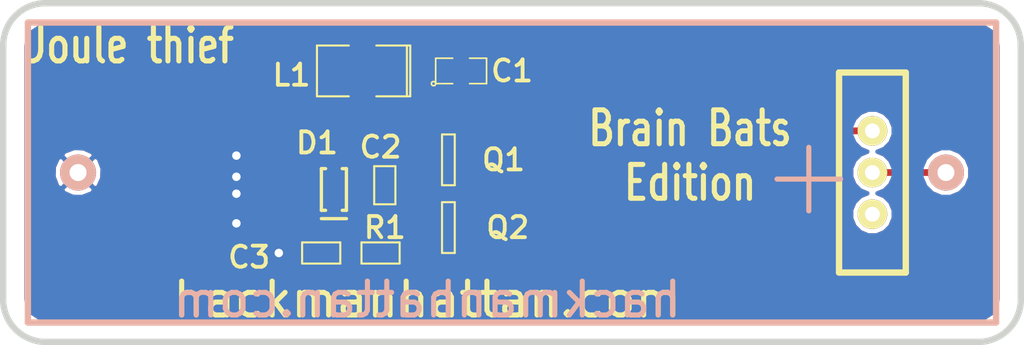
<source format=kicad_pcb>
(kicad_pcb (version 3) (host pcbnew "(2013-feb-26)-testing")

  (general
    (links 21)
    (no_connects 3)
    (area 13.478934 14.0716 92.6084 53.7464)
    (thickness 1.6002)
    (drawings 12)
    (tracks 37)
    (zones 0)
    (modules 11)
    (nets 8)
  )

  (page A4)
  (layers
    (15 Front signal)
    (0 Back signal)
    (16 B.Adhes user)
    (17 F.Adhes user)
    (18 B.Paste user)
    (19 F.Paste user)
    (20 B.SilkS user)
    (21 F.SilkS user)
    (22 B.Mask user)
    (23 F.Mask user)
    (24 Dwgs.User user)
    (25 Cmts.User user)
    (26 Eco1.User user)
    (27 Eco2.User user)
    (28 Edge.Cuts user)
  )

  (setup
    (last_trace_width 0.2032)
    (user_trace_width 0.4064)
    (user_trace_width 0.635)
    (trace_clearance 0.254)
    (zone_clearance 0.254)
    (zone_45_only no)
    (trace_min 0.2032)
    (segment_width 0.381)
    (edge_width 0.381)
    (via_size 0.889)
    (via_drill 0.635)
    (via_min_size 0.635)
    (via_min_drill 0.381)
    (user_via 0.635 0.508)
    (uvia_size 0.508)
    (uvia_drill 0.127)
    (uvias_allowed no)
    (uvia_min_size 0.508)
    (uvia_min_drill 0.127)
    (pcb_text_width 0.3048)
    (pcb_text_size 1.524 2.032)
    (mod_edge_width 0.381)
    (mod_text_size 1.524 1.524)
    (mod_text_width 0.3048)
    (pad_size 0.5 0.8)
    (pad_drill 0)
    (pad_to_mask_clearance 0.254)
    (aux_axis_origin 0 0)
    (visible_elements FFFFFFBF)
    (pcbplotparams
      (layerselection 284196865)
      (usegerberextensions true)
      (excludeedgelayer true)
      (linewidth 60)
      (plotframeref false)
      (viasonmask true)
      (mode 1)
      (useauxorigin false)
      (hpglpennumber 1)
      (hpglpenspeed 20)
      (hpglpendiameter 15)
      (hpglpenoverlay 0)
      (psnegative false)
      (psa4output false)
      (plotreference true)
      (plotvalue true)
      (plotothertext true)
      (plotinvisibletext false)
      (padsonsilk false)
      (subtractmaskfromsilk false)
      (outputformat 1)
      (mirror false)
      (drillshape 0)
      (scaleselection 1)
      (outputdirectory out))
  )

  (net 0 "")
  (net 1 GND)
  (net 2 N-000001)
  (net 3 N-000003)
  (net 4 N-000005)
  (net 5 N-000006)
  (net 6 N-000007)
  (net 7 N-000008)

  (net_class Default "This is the default net class."
    (clearance 0.254)
    (trace_width 0.2032)
    (via_dia 0.889)
    (via_drill 0.635)
    (uvia_dia 0.508)
    (uvia_drill 0.127)
    (add_net "")
    (add_net GND)
    (add_net N-000001)
    (add_net N-000003)
    (add_net N-000005)
    (add_net N-000006)
    (add_net N-000007)
    (add_net N-000008)
  )

  (module SWITCH-SPDT-EG1218 (layer Front) (tedit 51095408) (tstamp 504FAB7E)
    (at 74.93 36.83 90)
    (path /504E62B1)
    (fp_text reference SW1 (at -13.97 16.51 90) (layer F.SilkS) hide
      (effects (font (size 1.524 1.524) (thickness 0.3048)))
    )
    (fp_text value SWITCH_INV (at -15.24 6.35 180) (layer F.SilkS) hide
      (effects (font (size 1.524 1.524) (thickness 0.3048)))
    )
    (fp_line (start 5.99948 1.99898) (end 5.99948 -1.99898) (layer F.SilkS) (width 0.381))
    (fp_line (start 5.99948 -1.99898) (end -5.99948 -1.99898) (layer F.SilkS) (width 0.381))
    (fp_line (start -5.99948 -1.99898) (end -5.99948 1.99898) (layer F.SilkS) (width 0.381))
    (fp_line (start -5.99948 1.99898) (end 5.99948 1.99898) (layer F.SilkS) (width 0.381))
    (pad 1 thru_hole circle (at -2.49936 0 90) (size 1.778 1.778) (drill 0.889)
      (layers *.Cu *.Mask F.SilkS)
    )
    (pad 2 thru_hole circle (at 0 0 90) (size 1.778 1.778) (drill 0.889)
      (layers *.Cu *.Mask F.SilkS)
      (net 2 N-000001)
    )
    (pad 3 thru_hole circle (at 2.49936 0 90) (size 1.778 1.778) (drill 0.889)
      (layers *.Cu *.Mask F.SilkS)
      (net 4 N-000005)
    )
  )

  (module BATTERY-AA (layer Back) (tedit 512F8A0A) (tstamp 504DFB82)
    (at 53.34 36.83)
    (path /504FE4E8)
    (fp_text reference BT1 (at -8.89 -17.78) (layer B.SilkS) hide
      (effects (font (size 1.524 1.524) (thickness 0.3048)) (justify mirror))
    )
    (fp_text value BATTERY (at -6.35 -21.59) (layer B.SilkS) hide
      (effects (font (size 1.524 1.524) (thickness 0.3048)) (justify mirror))
    )
    (fp_text user + (at 17.78 0) (layer B.SilkS)
      (effects (font (size 5.00126 5.00126) (thickness 0.3048)) (justify mirror))
    )
    (fp_line (start 28.99918 -8.99922) (end 28.99918 8.99922) (layer B.SilkS) (width 0.381))
    (fp_line (start 28.99918 8.99922) (end -28.99918 8.99922) (layer B.SilkS) (width 0.381))
    (fp_line (start -28.99918 8.99922) (end -28.99918 -8.99922) (layer B.SilkS) (width 0.381))
    (fp_line (start -28.99918 -8.99922) (end 28.99918 -8.99922) (layer B.SilkS) (width 0.381))
    (pad 2 thru_hole circle (at -25.99436 0) (size 2.159 2.159) (drill 1.02108)
      (layers *.Cu *.Mask B.SilkS)
      (net 1 GND)
    )
    (pad 1 thru_hole circle (at 25.99436 0) (size 2.159 2.159) (drill 1.016)
      (layers *.Cu *.Mask B.SilkS)
      (net 2 N-000001)
    )
  )

  (module CREE-XPC-LED (layer Front) (tedit 512F83B1) (tstamp 504E299B)
    (at 36.83 36.83 180)
    (path /512F7A79)
    (fp_text reference D2 (at 3.81 -0.762 180) (layer F.SilkS) hide
      (effects (font (size 1.524 1.524) (thickness 0.3048)))
    )
    (fp_text value LED-PAD (at 17.018 8.89 180) (layer F.SilkS) hide
      (effects (font (size 1.524 1.524) (thickness 0.3048)))
    )
    (pad 3 smd rect (at 0 0 180) (size 1.30048 3.29946)
      (layers Front F.Mask)
      (net 1 GND)
    )
    (pad 1 smd rect (at -1.39954 0 180) (size 0.50038 3.29946)
      (layers Front F.Paste F.Mask)
      (net 7 N-000008)
    )
    (pad 2 smd rect (at 1.39954 0 180) (size 0.50038 3.29946)
      (layers Front F.Paste F.Mask)
      (net 1 GND)
    )
    (pad 3 smd rect (at 0 -1 180) (size 0.6 0.6)
      (layers F.Paste)
      (net 1 GND)
    )
    (pad 3 smd rect (at 0 1 180) (size 0.6 0.6)
      (layers F.Paste)
      (net 1 GND)
    )
    (pad 3 smd rect (at 0 0 180) (size 0.4 0.4)
      (layers F.Paste)
      (net 1 GND)
    )
  )

  (module SOT23EBC (layer Front) (tedit 512F8977) (tstamp 504E2996)
    (at 49.53 36.068 270)
    (descr "Module CMS SOT23 Transistore EBC")
    (tags "CMS SOT")
    (path /504FF35D)
    (attr smd)
    (fp_text reference Q1 (at 0 -3.302 360) (layer F.SilkS)
      (effects (font (size 1.27 1.27) (thickness 0.2286)))
    )
    (fp_text value BC337 (at 0 0 270) (layer F.SilkS) hide
      (effects (font (size 0.762 0.762) (thickness 0.2032)))
    )
    (fp_line (start -1.524 -0.381) (end 1.524 -0.381) (layer F.SilkS) (width 0.127))
    (fp_line (start 1.524 -0.381) (end 1.524 0.381) (layer F.SilkS) (width 0.127))
    (fp_line (start 1.524 0.381) (end -1.524 0.381) (layer F.SilkS) (width 0.127))
    (fp_line (start -1.524 0.381) (end -1.524 -0.381) (layer F.SilkS) (width 0.127))
    (pad 1 smd rect (at -0.889 -1.016 270) (size 0.9144 0.9144)
      (layers Front F.Paste F.Mask)
      (net 1 GND)
    )
    (pad 2 smd rect (at 0.889 -1.016 270) (size 0.9144 0.9144)
      (layers Front F.Paste F.Mask)
      (net 3 N-000003)
    )
    (pad 3 smd rect (at 0 1.016 270) (size 0.9144 0.9144)
      (layers Front F.Paste F.Mask)
      (net 7 N-000008)
    )
    (model smd/cms_sot23.wrl
      (at (xyz 0 0 0))
      (scale (xyz 0.13 0.15 0.15))
      (rotate (xyz 0 0 0))
    )
  )

  (module SOT23EBC (layer Front) (tedit 512F896A) (tstamp 504E2998)
    (at 49.53 40.132 90)
    (descr "Module CMS SOT23 Transistore EBC")
    (tags "CMS SOT")
    (path /50500FCD)
    (attr smd)
    (fp_text reference Q2 (at 0 3.556 180) (layer F.SilkS)
      (effects (font (size 1.27 1.27) (thickness 0.2286)))
    )
    (fp_text value BC327 (at 0 0 90) (layer F.SilkS) hide
      (effects (font (size 0.762 0.762) (thickness 0.2032)))
    )
    (fp_line (start -1.524 -0.381) (end 1.524 -0.381) (layer F.SilkS) (width 0.127))
    (fp_line (start 1.524 -0.381) (end 1.524 0.381) (layer F.SilkS) (width 0.127))
    (fp_line (start 1.524 0.381) (end -1.524 0.381) (layer F.SilkS) (width 0.127))
    (fp_line (start -1.524 0.381) (end -1.524 -0.381) (layer F.SilkS) (width 0.127))
    (pad 1 smd rect (at -0.889 -1.016 90) (size 0.9144 0.9144)
      (layers Front F.Paste F.Mask)
      (net 5 N-000006)
    )
    (pad 2 smd rect (at 0.889 -1.016 90) (size 0.9144 0.9144)
      (layers Front F.Paste F.Mask)
      (net 6 N-000007)
    )
    (pad 3 smd rect (at 0 1.016 90) (size 0.9144 0.9144)
      (layers Front F.Paste F.Mask)
      (net 3 N-000003)
    )
    (model smd/cms_sot23.wrl
      (at (xyz 0 0 0))
      (scale (xyz 0.13 0.15 0.15))
      (rotate (xyz 0 0 0))
    )
  )

  (module SM0603 (layer Front) (tedit 512F899D) (tstamp 504E29A6)
    (at 45.72 37.592 270)
    (path /505001B0)
    (attr smd)
    (fp_text reference C2 (at -2.286 0.254 360) (layer F.SilkS)
      (effects (font (size 1.27 1.27) (thickness 0.2286)))
    )
    (fp_text value 150pF (at 0 0 270) (layer F.SilkS) hide
      (effects (font (size 0.508 0.4572) (thickness 0.1143)))
    )
    (fp_line (start -1.143 -0.635) (end 1.143 -0.635) (layer F.SilkS) (width 0.127))
    (fp_line (start 1.143 -0.635) (end 1.143 0.635) (layer F.SilkS) (width 0.127))
    (fp_line (start 1.143 0.635) (end -1.143 0.635) (layer F.SilkS) (width 0.127))
    (fp_line (start -1.143 0.635) (end -1.143 -0.635) (layer F.SilkS) (width 0.127))
    (pad 1 smd rect (at -0.762 0 270) (size 0.635 1.143)
      (layers Front F.Paste F.Mask)
      (net 7 N-000008)
    )
    (pad 2 smd rect (at 0.762 0 270) (size 0.635 1.143)
      (layers Front F.Paste F.Mask)
      (net 6 N-000007)
    )
    (model smd\resistors\R0603.wrl
      (at (xyz 0 0 0.001))
      (scale (xyz 0.5 0.5 0.5))
      (rotate (xyz 0 0 0))
    )
  )

  (module SM0603 (layer Front) (tedit 512F89B2) (tstamp 504E37C0)
    (at 41.91 41.656 180)
    (path /50501E1C)
    (attr smd)
    (fp_text reference C3 (at 4.318 -0.254 180) (layer F.SilkS)
      (effects (font (size 1.27 1.27) (thickness 0.2286)))
    )
    (fp_text value 100nF (at 0 0 180) (layer F.SilkS) hide
      (effects (font (size 0.508 0.4572) (thickness 0.1143)))
    )
    (fp_line (start -1.143 -0.635) (end 1.143 -0.635) (layer F.SilkS) (width 0.127))
    (fp_line (start 1.143 -0.635) (end 1.143 0.635) (layer F.SilkS) (width 0.127))
    (fp_line (start 1.143 0.635) (end -1.143 0.635) (layer F.SilkS) (width 0.127))
    (fp_line (start -1.143 0.635) (end -1.143 -0.635) (layer F.SilkS) (width 0.127))
    (pad 1 smd rect (at -0.762 0 180) (size 0.635 1.143)
      (layers Front F.Paste F.Mask)
      (net 5 N-000006)
    )
    (pad 2 smd rect (at 0.762 0 180) (size 0.635 1.143)
      (layers Front F.Paste F.Mask)
      (net 1 GND)
    )
    (model smd\resistors\R0603.wrl
      (at (xyz 0 0 0.001))
      (scale (xyz 0.5 0.5 0.5))
      (rotate (xyz 0 0 0))
    )
  )

  (module SM0603 (layer Front) (tedit 512F89BC) (tstamp 504E2999)
    (at 45.466 41.656 180)
    (path /50500FD7)
    (attr smd)
    (fp_text reference R1 (at -0.254 1.524 180) (layer F.SilkS)
      (effects (font (size 1.27 1.27) (thickness 0.2286)))
    )
    (fp_text value 100K (at 0 0 180) (layer F.SilkS) hide
      (effects (font (size 0.508 0.4572) (thickness 0.1143)))
    )
    (fp_line (start -1.143 -0.635) (end 1.143 -0.635) (layer F.SilkS) (width 0.127))
    (fp_line (start 1.143 -0.635) (end 1.143 0.635) (layer F.SilkS) (width 0.127))
    (fp_line (start 1.143 0.635) (end -1.143 0.635) (layer F.SilkS) (width 0.127))
    (fp_line (start -1.143 0.635) (end -1.143 -0.635) (layer F.SilkS) (width 0.127))
    (pad 1 smd rect (at -0.762 0 180) (size 0.635 1.143)
      (layers Front F.Paste F.Mask)
      (net 6 N-000007)
    )
    (pad 2 smd rect (at 0.762 0 180) (size 0.635 1.143)
      (layers Front F.Paste F.Mask)
      (net 1 GND)
    )
    (model smd\resistors\R0603.wrl
      (at (xyz 0 0 0.001))
      (scale (xyz 0.5 0.5 0.5))
      (rotate (xyz 0 0 0))
    )
  )

  (module SM0805 (layer Front) (tedit 512F8987) (tstamp 504E29A4)
    (at 50.292 30.734)
    (path /504FE4F1)
    (attr smd)
    (fp_text reference C1 (at 3.048 0) (layer F.SilkS)
      (effects (font (size 1.27 1.27) (thickness 0.2286)))
    )
    (fp_text value 10uF (at -0.508 -8.636) (layer F.SilkS) hide
      (effects (font (size 0.50038 0.50038) (thickness 0.10922)))
    )
    (fp_circle (center -1.651 0.762) (end -1.651 0.635) (layer F.SilkS) (width 0.09906))
    (fp_line (start -0.508 0.762) (end -1.524 0.762) (layer F.SilkS) (width 0.09906))
    (fp_line (start -1.524 0.762) (end -1.524 -0.762) (layer F.SilkS) (width 0.09906))
    (fp_line (start -1.524 -0.762) (end -0.508 -0.762) (layer F.SilkS) (width 0.09906))
    (fp_line (start 0.508 -0.762) (end 1.524 -0.762) (layer F.SilkS) (width 0.09906))
    (fp_line (start 1.524 -0.762) (end 1.524 0.762) (layer F.SilkS) (width 0.09906))
    (fp_line (start 1.524 0.762) (end 0.508 0.762) (layer F.SilkS) (width 0.09906))
    (pad 1 smd rect (at -0.9525 0) (size 0.889 1.397)
      (layers Front F.Paste F.Mask)
      (net 4 N-000005)
    )
    (pad 2 smd rect (at 0.9525 0) (size 0.889 1.397)
      (layers Front F.Paste F.Mask)
      (net 1 GND)
    )
    (model smd/chip_cms.wrl
      (at (xyz 0 0 0))
      (scale (xyz 0.1 0.1 0.1))
      (rotate (xyz 0 0 0))
    )
  )

  (module SM1210L (layer Front) (tedit 512F89DD) (tstamp 504E29A2)
    (at 44.45 30.734 180)
    (tags "CMS SM")
    (path /504FE4FA)
    (attr smd)
    (fp_text reference L1 (at 4.318 -0.254 180) (layer F.SilkS)
      (effects (font (size 1.27 1.27) (thickness 0.2286)))
    )
    (fp_text value 22uH (at 5.588 -1.27 180) (layer F.SilkS) hide
      (effects (font (size 1.27 1.27) (thickness 0.2286)))
    )
    (fp_line (start -2.794 -1.524) (end -2.794 1.524) (layer F.SilkS) (width 0.127))
    (fp_line (start 0.889 1.524) (end 2.794 1.524) (layer F.SilkS) (width 0.127))
    (fp_line (start 2.794 1.524) (end 2.794 -1.524) (layer F.SilkS) (width 0.127))
    (fp_line (start 2.794 -1.524) (end 0.889 -1.524) (layer F.SilkS) (width 0.127))
    (fp_line (start -0.762 -1.524) (end -2.794 -1.524) (layer F.SilkS) (width 0.127))
    (fp_line (start -2.594 -1.524) (end -2.594 1.524) (layer F.SilkS) (width 0.127))
    (fp_line (start -2.794 1.524) (end -0.762 1.524) (layer F.SilkS) (width 0.127))
    (pad 1 smd rect (at -1.778 0 180) (size 1.778 2.794)
      (layers Front F.Paste F.Mask)
      (net 4 N-000005)
    )
    (pad 2 smd rect (at 1.778 0 180) (size 1.778 2.794)
      (layers Front F.Paste F.Mask)
      (net 7 N-000008)
    )
    (model smd/chip_cms.wrl
      (at (xyz 0 0 0))
      (scale (xyz 0.2 0.2 0.2))
      (rotate (xyz 0 0 0))
    )
  )

  (module SOD523 (layer Front) (tedit 512F89A8) (tstamp 504E29A3)
    (at 42.672 37.846)
    (path /50500FFF)
    (fp_text reference D1 (at -1.016 -2.794) (layer F.SilkS)
      (effects (font (size 1.27 1.27) (thickness 0.2286)))
    )
    (fp_text value 1N4148 (at 0 3.75) (layer F.SilkS) hide
      (effects (font (size 1.524 1.524) (thickness 0.3048)))
    )
    (fp_line (start -0.75 1.75) (end 0.75 1.75) (layer F.SilkS) (width 0.2))
    (fp_line (start 0.5 1.25) (end 0.75 1.25) (layer F.SilkS) (width 0.2))
    (fp_line (start 0.75 1.25) (end 0.75 -1.25) (layer F.SilkS) (width 0.2))
    (fp_line (start 0.75 -1.25) (end 0.5 -1.25) (layer F.SilkS) (width 0.2))
    (fp_line (start -0.5 -1.25) (end -0.75 -1.25) (layer F.SilkS) (width 0.2))
    (fp_line (start -0.75 -1.25) (end -0.75 1.25) (layer F.SilkS) (width 0.2))
    (fp_line (start -0.75 1.25) (end -0.5 1.25) (layer F.SilkS) (width 0.2))
    (pad 1 smd rect (at 0 -1) (size 0.5 0.8)
      (layers Front F.Paste F.Mask)
      (net 7 N-000008)
    )
    (pad 2 smd rect (at 0 1) (size 0.5 0.8)
      (layers Front F.Paste F.Mask)
      (net 5 N-000006)
    )
  )

  (gr_text "Brain Bats\nEdition" (at 64.008 35.814) (layer F.SilkS)
    (effects (font (size 2.032 1.524) (thickness 0.3048)))
  )
  (gr_text hackmanhattan.com (at 48.26 44.45) (layer B.SilkS)
    (effects (font (size 2.032 2.032) (thickness 0.3048)) (justify mirror))
  )
  (gr_line (start 25.4 46.99) (end 81.28 46.99) (angle 90) (layer Edge.Cuts) (width 0.381))
  (gr_line (start 22.86 29.21) (end 22.86 44.45) (angle 90) (layer Edge.Cuts) (width 0.381))
  (gr_line (start 25.4 26.67) (end 81.28 26.67) (angle 90) (layer Edge.Cuts) (width 0.381))
  (gr_arc (start 25.4 29.21) (end 22.86 29.21) (angle 90) (layer Edge.Cuts) (width 0.381))
  (gr_arc (start 25.4 44.45) (end 25.4 46.99) (angle 90) (layer Edge.Cuts) (width 0.381))
  (gr_line (start 83.82 29.21) (end 83.82 44.45) (angle 90) (layer Edge.Cuts) (width 0.381))
  (gr_arc (start 81.28 29.21) (end 81.28 26.67) (angle 90) (layer Edge.Cuts) (width 0.381))
  (gr_arc (start 81.28 44.45) (end 83.82 44.45) (angle 90) (layer Edge.Cuts) (width 0.381))
  (gr_text "Joule thief" (at 30.48 29.21) (layer F.SilkS)
    (effects (font (size 2.032 1.524) (thickness 0.3048)))
  )
  (gr_text hackmanhattan.com (at 48.26 44.45) (layer F.SilkS)
    (effects (font (size 2.032 2.032) (thickness 0.3048)))
  )

  (segment (start 36.83 36.83) (end 36.83 36.576) (width 0.2032) (layer Front) (net 1))
  (segment (start 36.83 36.576) (end 36.83 36.83) (width 0.2032) (layer Front) (net 1) (tstamp 512F8928))
  (segment (start 41.148 41.656) (end 39.37 41.656) (width 0.4064) (layer Front) (net 1))
  (via (at 39.37 41.656) (size 0.635) (drill 0.508) (layers Front Back) (net 1))
  (segment (start 36.83 36.83) (end 36.83 39.878) (width 0.4064) (layer Front) (net 1))
  (via (at 36.83 39.878) (size 0.635) (drill 0.508) (layers Front Back) (net 1))
  (segment (start 36.83 36.83) (end 36.83 35.814) (width 0.2032) (layer Front) (net 1))
  (via (at 36.83 38.1) (size 0.635) (drill 0.508) (layers Front Back) (net 1))
  (segment (start 36.83 37.084) (end 36.83 38.1) (width 0.2032) (layer Front) (net 1) (tstamp 512F86E1))
  (via (at 36.83 37.084) (size 0.635) (drill 0.508) (layers Front Back) (net 1))
  (segment (start 36.83 35.814) (end 36.83 37.084) (width 0.2032) (layer Back) (net 1) (tstamp 512F86DE))
  (via (at 36.83 35.814) (size 0.635) (drill 0.508) (layers Front Back) (net 1))
  (segment (start 79.33436 36.83) (end 74.93 36.83) (width 0.4064) (layer Front) (net 2))
  (segment (start 50.546 40.132) (end 50.546 36.957) (width 0.4064) (layer Front) (net 3))
  (segment (start 74.93 34.33064) (end 52.87264 34.33064) (width 0.4064) (layer Front) (net 4))
  (segment (start 49.3395 32.3215) (end 49.3395 30.734) (width 0.4064) (layer Front) (net 4) (tstamp 512F8858))
  (segment (start 50.038 33.02) (end 49.3395 32.3215) (width 0.4064) (layer Front) (net 4) (tstamp 512F8857))
  (segment (start 51.562 33.02) (end 50.038 33.02) (width 0.4064) (layer Front) (net 4) (tstamp 512F8856))
  (segment (start 52.87264 34.33064) (end 51.562 33.02) (width 0.4064) (layer Front) (net 4) (tstamp 512F8855))
  (segment (start 46.228 30.734) (end 49.3395 30.734) (width 0.4064) (layer Front) (net 4))
  (segment (start 42.672 41.656) (end 42.672 38.846) (width 0.4064) (layer Front) (net 5))
  (segment (start 42.672 41.656) (end 42.672 42.418) (width 0.4064) (layer Front) (net 5))
  (segment (start 48.514 42.672) (end 48.514 41.021) (width 0.4064) (layer Front) (net 5) (tstamp 512F884D))
  (segment (start 47.752 43.434) (end 48.514 42.672) (width 0.4064) (layer Front) (net 5) (tstamp 512F884C))
  (segment (start 43.688 43.434) (end 47.752 43.434) (width 0.4064) (layer Front) (net 5) (tstamp 512F884B))
  (segment (start 42.672 42.418) (end 43.688 43.434) (width 0.4064) (layer Front) (net 5) (tstamp 512F884A))
  (segment (start 46.228 41.656) (end 46.228 38.862) (width 0.4064) (layer Front) (net 6))
  (segment (start 46.228 38.862) (end 45.72 38.354) (width 0.4064) (layer Front) (net 6) (tstamp 512F8847))
  (segment (start 48.514 39.243) (end 46.609 39.243) (width 0.4064) (layer Front) (net 6))
  (segment (start 46.609 39.243) (end 45.72 38.354) (width 0.4064) (layer Front) (net 6) (tstamp 512F8844))
  (segment (start 48.514 36.068) (end 46.482 36.068) (width 0.4064) (layer Front) (net 7))
  (segment (start 46.482 36.068) (end 45.72 36.83) (width 0.4064) (layer Front) (net 7) (tstamp 512F8841))
  (segment (start 42.672 36.846) (end 45.704 36.846) (width 0.4064) (layer Front) (net 7))
  (segment (start 45.704 36.846) (end 45.72 36.83) (width 0.4064) (layer Front) (net 7) (tstamp 512F883B))
  (segment (start 42.672 36.846) (end 42.672 30.734) (width 0.4064) (layer Front) (net 7))
  (segment (start 38.22954 36.83) (end 42.656 36.83) (width 0.4064) (layer Front) (net 7))
  (segment (start 42.656 36.83) (end 42.672 36.846) (width 0.4064) (layer Front) (net 7) (tstamp 512F8704))

  (zone (net 1) (net_name GND) (layer Front) (tstamp 504EAF0A) (hatch edge 0.508)
    (connect_pads (clearance 0.254))
    (min_thickness 0.254)
    (fill (arc_segments 16) (thermal_gap 0.254) (thermal_bridge_width 0.2794) (smoothing fillet) (radius 1.27))
    (polygon
      (pts
        (xy 82.55 45.72) (xy 82.55 27.94) (xy 24.13 27.94) (xy 24.13 45.72)
      )
    )
    (filled_polygon
      (pts
        (xy 82.423 44.437492) (xy 82.333696 44.886455) (xy 82.086464 45.256464) (xy 81.716455 45.503696) (xy 81.267492 45.593)
        (xy 80.795112 45.593) (xy 80.795112 36.540763) (xy 80.573233 36.003775) (xy 80.162746 35.592571) (xy 79.626146 35.369755)
        (xy 79.045123 35.369248) (xy 78.508135 35.591127) (xy 78.096931 36.001614) (xy 77.995536 36.2458) (xy 76.062754 36.2458)
        (xy 76.007281 36.111543) (xy 75.650336 35.753975) (xy 75.231674 35.580131) (xy 75.648457 35.407921) (xy 76.006025 35.050976)
        (xy 76.199778 34.584367) (xy 76.200219 34.07913) (xy 76.007281 33.612183) (xy 75.650336 33.254615) (xy 75.183727 33.060862)
        (xy 74.67849 33.060421) (xy 74.211543 33.253359) (xy 73.853975 33.610304) (xy 73.797446 33.74644) (xy 53.114623 33.74644)
        (xy 52.070066 32.701882) (xy 52.070066 31.357047) (xy 52.070066 30.110953) (xy 52.069934 29.959382) (xy 52.011808 29.819399)
        (xy 51.904537 29.712316) (xy 51.764453 29.654434) (xy 51.35245 29.6545) (xy 51.2572 29.74975) (xy 51.2572 30.7213)
        (xy 51.97475 30.7213) (xy 52.07 30.62605) (xy 52.070066 30.110953) (xy 52.070066 31.357047) (xy 52.07 30.84195)
        (xy 51.97475 30.7467) (xy 51.2572 30.7467) (xy 51.2572 31.71825) (xy 51.35245 31.8135) (xy 51.764453 31.813566)
        (xy 51.904537 31.755684) (xy 52.011808 31.648601) (xy 52.069934 31.508618) (xy 52.070066 31.357047) (xy 52.070066 32.701882)
        (xy 51.975092 32.606908) (xy 51.785564 32.48027) (xy 51.562 32.4358) (xy 51.2318 32.4358) (xy 51.2318 31.71825)
        (xy 51.2318 30.7467) (xy 51.2318 30.7213) (xy 51.2318 29.74975) (xy 51.13655 29.6545) (xy 50.724547 29.654434)
        (xy 50.584463 29.712316) (xy 50.477192 29.819399) (xy 50.419066 29.959382) (xy 50.418934 30.110953) (xy 50.419 30.62605)
        (xy 50.51425 30.7213) (xy 51.2318 30.7213) (xy 51.2318 30.7467) (xy 50.51425 30.7467) (xy 50.419 30.84195)
        (xy 50.418934 31.357047) (xy 50.419066 31.508618) (xy 50.477192 31.648601) (xy 50.584463 31.755684) (xy 50.724547 31.813566)
        (xy 51.13655 31.8135) (xy 51.2318 31.71825) (xy 51.2318 32.4358) (xy 50.279984 32.4358) (xy 49.9237 32.079516)
        (xy 49.9237 31.787019) (xy 49.999537 31.755684) (xy 50.106808 31.648601) (xy 50.164934 31.508618) (xy 50.165066 31.357047)
        (xy 50.165066 29.960047) (xy 50.107184 29.819963) (xy 50.000101 29.712692) (xy 49.860118 29.654566) (xy 49.708547 29.654434)
        (xy 48.819547 29.654434) (xy 48.679463 29.712316) (xy 48.572192 29.819399) (xy 48.514066 29.959382) (xy 48.513934 30.110953)
        (xy 48.513934 30.1498) (xy 47.498066 30.1498) (xy 47.498066 29.261547) (xy 47.440184 29.121463) (xy 47.333101 29.014192)
        (xy 47.193118 28.956066) (xy 47.041547 28.955934) (xy 45.263547 28.955934) (xy 45.123463 29.013816) (xy 45.016192 29.120899)
        (xy 44.958066 29.260882) (xy 44.957934 29.412453) (xy 44.957934 32.206453) (xy 45.015816 32.346537) (xy 45.122899 32.453808)
        (xy 45.262882 32.511934) (xy 45.414453 32.512066) (xy 47.192453 32.512066) (xy 47.332537 32.454184) (xy 47.439808 32.347101)
        (xy 47.497934 32.207118) (xy 47.498066 32.055547) (xy 47.498066 31.3182) (xy 48.513934 31.3182) (xy 48.513934 31.507953)
        (xy 48.571816 31.648037) (xy 48.678899 31.755308) (xy 48.7553 31.787032) (xy 48.7553 32.3215) (xy 48.79977 32.545064)
        (xy 48.926408 32.734592) (xy 49.624908 33.433092) (xy 49.814436 33.55973) (xy 49.814437 33.55973) (xy 50.038 33.6042)
        (xy 51.320016 33.6042) (xy 52.459545 34.743728) (xy 52.459548 34.743732) (xy 52.649076 34.87037) (xy 52.872639 34.91484)
        (xy 52.872639 34.914839) (xy 52.87264 34.91484) (xy 73.797245 34.91484) (xy 73.852719 35.049097) (xy 74.209664 35.406665)
        (xy 74.628325 35.580508) (xy 74.211543 35.752719) (xy 73.853975 36.109664) (xy 73.660222 36.576273) (xy 73.659781 37.08151)
        (xy 73.852719 37.548457) (xy 74.209664 37.906025) (xy 74.628325 38.079868) (xy 74.211543 38.252079) (xy 73.853975 38.609024)
        (xy 73.660222 39.075633) (xy 73.659781 39.58087) (xy 73.852719 40.047817) (xy 74.209664 40.405385) (xy 74.676273 40.599138)
        (xy 75.18151 40.599579) (xy 75.648457 40.406641) (xy 76.006025 40.049696) (xy 76.199778 39.583087) (xy 76.200219 39.07785)
        (xy 76.007281 38.610903) (xy 75.650336 38.253335) (xy 75.231674 38.079491) (xy 75.648457 37.907281) (xy 76.006025 37.550336)
        (xy 76.062553 37.4142) (xy 77.995484 37.4142) (xy 78.095487 37.656225) (xy 78.505974 38.067429) (xy 79.042574 38.290245)
        (xy 79.623597 38.290752) (xy 80.160585 38.068873) (xy 80.571789 37.658386) (xy 80.794605 37.121786) (xy 80.795112 36.540763)
        (xy 80.795112 45.593) (xy 51.384266 45.593) (xy 51.384266 40.513747) (xy 51.384266 39.599347) (xy 51.326384 39.459263)
        (xy 51.219301 39.351992) (xy 51.1302 39.314994) (xy 51.1302 37.773967) (xy 51.218737 37.737384) (xy 51.326008 37.630301)
        (xy 51.384134 37.490318) (xy 51.384266 37.338747) (xy 51.384266 36.424347) (xy 51.384266 35.711653) (xy 51.384266 34.646347)
        (xy 51.326384 34.506263) (xy 51.219301 34.398992) (xy 51.079318 34.340866) (xy 50.927747 34.340734) (xy 50.65395 34.3408)
        (xy 50.5587 34.43605) (xy 50.5587 35.1663) (xy 51.28895 35.1663) (xy 51.3842 35.07105) (xy 51.384266 34.646347)
        (xy 51.384266 35.711653) (xy 51.3842 35.28695) (xy 51.28895 35.1917) (xy 50.5587 35.1917) (xy 50.5587 35.92195)
        (xy 50.65395 36.0172) (xy 50.927747 36.017266) (xy 51.079318 36.017134) (xy 51.219301 35.959008) (xy 51.326384 35.851737)
        (xy 51.384266 35.711653) (xy 51.384266 36.424347) (xy 51.326384 36.284263) (xy 51.219301 36.176992) (xy 51.079318 36.118866)
        (xy 50.927747 36.118734) (xy 50.5333 36.118734) (xy 50.5333 35.92195) (xy 50.5333 35.1917) (xy 50.5333 35.1663)
        (xy 50.5333 34.43605) (xy 50.43805 34.3408) (xy 50.164253 34.340734) (xy 50.012682 34.340866) (xy 49.872699 34.398992)
        (xy 49.765616 34.506263) (xy 49.707734 34.646347) (xy 49.7078 35.07105) (xy 49.80305 35.1663) (xy 50.5333 35.1663)
        (xy 50.5333 35.1917) (xy 49.80305 35.1917) (xy 49.7078 35.28695) (xy 49.707734 35.711653) (xy 49.765616 35.851737)
        (xy 49.872699 35.959008) (xy 50.012682 36.017134) (xy 50.164253 36.017266) (xy 50.43805 36.0172) (xy 50.5333 35.92195)
        (xy 50.5333 36.118734) (xy 50.013347 36.118734) (xy 49.873263 36.176616) (xy 49.765992 36.283699) (xy 49.707866 36.423682)
        (xy 49.707734 36.575253) (xy 49.707734 37.489653) (xy 49.765616 37.629737) (xy 49.872699 37.737008) (xy 49.9618 37.774005)
        (xy 49.9618 39.315032) (xy 49.873263 39.351616) (xy 49.765992 39.458699) (xy 49.707866 39.598682) (xy 49.707734 39.750253)
        (xy 49.707734 40.664653) (xy 49.765616 40.804737) (xy 49.872699 40.912008) (xy 50.012682 40.970134) (xy 50.164253 40.970266)
        (xy 51.078653 40.970266) (xy 51.218737 40.912384) (xy 51.326008 40.805301) (xy 51.384134 40.665318) (xy 51.384266 40.513747)
        (xy 51.384266 45.593) (xy 49.352266 45.593) (xy 49.352266 41.402747) (xy 49.352266 40.488347) (xy 49.352266 39.624747)
        (xy 49.352266 38.710347) (xy 49.352266 36.449747) (xy 49.352266 35.535347) (xy 49.294384 35.395263) (xy 49.187301 35.287992)
        (xy 49.047318 35.229866) (xy 48.895747 35.229734) (xy 47.981347 35.229734) (xy 47.841263 35.287616) (xy 47.733992 35.394699)
        (xy 47.696994 35.4838) (xy 46.482 35.4838) (xy 46.481999 35.4838) (xy 46.258436 35.52827) (xy 46.068908 35.654908)
        (xy 46.068905 35.654911) (xy 45.592382 36.131434) (xy 45.073047 36.131434) (xy 44.932963 36.189316) (xy 44.860351 36.2618)
        (xy 43.258132 36.2618) (xy 43.2562 36.257123) (xy 43.2562 32.512066) (xy 43.636453 32.512066) (xy 43.776537 32.454184)
        (xy 43.883808 32.347101) (xy 43.941934 32.207118) (xy 43.942066 32.055547) (xy 43.942066 29.261547) (xy 43.884184 29.121463)
        (xy 43.777101 29.014192) (xy 43.637118 28.956066) (xy 43.485547 28.955934) (xy 41.707547 28.955934) (xy 41.567463 29.013816)
        (xy 41.460192 29.120899) (xy 41.402066 29.260882) (xy 41.401934 29.412453) (xy 41.401934 32.206453) (xy 41.459816 32.346537)
        (xy 41.566899 32.453808) (xy 41.706882 32.511934) (xy 41.858453 32.512066) (xy 42.0878 32.512066) (xy 42.0878 36.2458)
        (xy 38.860796 36.2458) (xy 38.860796 35.104817) (xy 38.802914 34.964733) (xy 38.695831 34.857462) (xy 38.555848 34.799336)
        (xy 38.404277 34.799204) (xy 37.903897 34.799204) (xy 37.763813 34.857086) (xy 37.729795 34.891044) (xy 37.695777 34.857086)
        (xy 37.555693 34.799204) (xy 36.93795 34.79927) (xy 36.8427 34.89452) (xy 36.8427 36.8173) (xy 36.8627 36.8173)
        (xy 36.8627 36.8427) (xy 36.8427 36.8427) (xy 36.8427 38.76548) (xy 36.93795 38.86073) (xy 37.555693 38.860796)
        (xy 37.695777 38.802914) (xy 37.72976 38.76899) (xy 37.763249 38.802538) (xy 37.903232 38.860664) (xy 38.054803 38.860796)
        (xy 38.555183 38.860796) (xy 38.695267 38.802914) (xy 38.802538 38.695831) (xy 38.860664 38.555848) (xy 38.860796 38.404277)
        (xy 38.860796 37.4142) (xy 42.079256 37.4142) (xy 42.098816 37.461537) (xy 42.205899 37.568808) (xy 42.345882 37.626934)
        (xy 42.497453 37.627066) (xy 42.997453 37.627066) (xy 43.137537 37.569184) (xy 43.244808 37.462101) (xy 43.258054 37.4302)
        (xy 44.892361 37.4302) (xy 44.932399 37.470308) (xy 45.072382 37.528434) (xy 45.223953 37.528566) (xy 46.366953 37.528566)
        (xy 46.507037 37.470684) (xy 46.614308 37.363601) (xy 46.672434 37.223618) (xy 46.672566 37.072047) (xy 46.672566 36.703617)
        (xy 46.723983 36.6522) (xy 47.697032 36.6522) (xy 47.733616 36.740737) (xy 47.840699 36.848008) (xy 47.980682 36.906134)
        (xy 48.132253 36.906266) (xy 49.046653 36.906266) (xy 49.186737 36.848384) (xy 49.294008 36.741301) (xy 49.352134 36.601318)
        (xy 49.352266 36.449747) (xy 49.352266 38.710347) (xy 49.294384 38.570263) (xy 49.187301 38.462992) (xy 49.047318 38.404866)
        (xy 48.895747 38.404734) (xy 47.981347 38.404734) (xy 47.841263 38.462616) (xy 47.733992 38.569699) (xy 47.696994 38.6588)
        (xy 46.850983 38.6588) (xy 46.672566 38.480382) (xy 46.672566 37.961047) (xy 46.614684 37.820963) (xy 46.507601 37.713692)
        (xy 46.367618 37.655566) (xy 46.216047 37.655434) (xy 45.073047 37.655434) (xy 44.932963 37.713316) (xy 44.825692 37.820399)
        (xy 44.767566 37.960382) (xy 44.767434 38.111953) (xy 44.767434 38.746953) (xy 44.825316 38.887037) (xy 44.932399 38.994308)
        (xy 45.072382 39.052434) (xy 45.223953 39.052566) (xy 45.592382 39.052566) (xy 45.6438 39.103983) (xy 45.6438 40.812389)
        (xy 45.587692 40.868399) (xy 45.529566 41.008382) (xy 45.529434 41.159953) (xy 45.529434 42.302953) (xy 45.587316 42.443037)
        (xy 45.694399 42.550308) (xy 45.834382 42.608434) (xy 45.985953 42.608566) (xy 46.620953 42.608566) (xy 46.761037 42.550684)
        (xy 46.868308 42.443601) (xy 46.926434 42.303618) (xy 46.926566 42.152047) (xy 46.926566 41.009047) (xy 46.868684 40.868963)
        (xy 46.8122 40.812379) (xy 46.8122 39.8272) (xy 47.697032 39.8272) (xy 47.733616 39.915737) (xy 47.840699 40.023008)
        (xy 47.980682 40.081134) (xy 48.132253 40.081266) (xy 49.046653 40.081266) (xy 49.186737 40.023384) (xy 49.294008 39.916301)
        (xy 49.352134 39.776318) (xy 49.352266 39.624747) (xy 49.352266 40.488347) (xy 49.294384 40.348263) (xy 49.187301 40.240992)
        (xy 49.047318 40.182866) (xy 48.895747 40.182734) (xy 47.981347 40.182734) (xy 47.841263 40.240616) (xy 47.733992 40.347699)
        (xy 47.675866 40.487682) (xy 47.675734 40.639253) (xy 47.675734 41.553653) (xy 47.733616 41.693737) (xy 47.840699 41.801008)
        (xy 47.9298 41.838005) (xy 47.9298 42.430016) (xy 47.510016 42.8498) (xy 45.402566 42.8498) (xy 45.402566 42.152047)
        (xy 45.402566 41.159953) (xy 45.402434 41.008382) (xy 45.344308 40.868399) (xy 45.237037 40.761316) (xy 45.096953 40.703434)
        (xy 44.81195 40.7035) (xy 44.7167 40.79875) (xy 44.7167 41.6433) (xy 45.30725 41.6433) (xy 45.4025 41.54805)
        (xy 45.402566 41.159953) (xy 45.402566 42.152047) (xy 45.4025 41.76395) (xy 45.30725 41.6687) (xy 44.7167 41.6687)
        (xy 44.7167 42.51325) (xy 44.81195 42.6085) (xy 45.096953 42.608566) (xy 45.237037 42.550684) (xy 45.344308 42.443601)
        (xy 45.402434 42.303618) (xy 45.402566 42.152047) (xy 45.402566 42.8498) (xy 44.6913 42.8498) (xy 44.6913 42.51325)
        (xy 44.6913 41.6687) (xy 44.6913 41.6433) (xy 44.6913 40.79875) (xy 44.59605 40.7035) (xy 44.311047 40.703434)
        (xy 44.170963 40.761316) (xy 44.063692 40.868399) (xy 44.005566 41.008382) (xy 44.005434 41.159953) (xy 44.0055 41.54805)
        (xy 44.10075 41.6433) (xy 44.6913 41.6433) (xy 44.6913 41.6687) (xy 44.10075 41.6687) (xy 44.0055 41.76395)
        (xy 44.005434 42.152047) (xy 44.005566 42.303618) (xy 44.063692 42.443601) (xy 44.170963 42.550684) (xy 44.311047 42.608566)
        (xy 44.59605 42.6085) (xy 44.6913 42.51325) (xy 44.6913 42.8498) (xy 43.929983 42.8498) (xy 43.370445 42.290261)
        (xy 43.370566 42.152047) (xy 43.370566 41.009047) (xy 43.312684 40.868963) (xy 43.2562 40.812379) (xy 43.2562 39.434666)
        (xy 43.302934 39.322118) (xy 43.303066 39.170547) (xy 43.303066 38.370547) (xy 43.245184 38.230463) (xy 43.138101 38.123192)
        (xy 42.998118 38.065066) (xy 42.846547 38.064934) (xy 42.346547 38.064934) (xy 42.206463 38.122816) (xy 42.099192 38.229899)
        (xy 42.041066 38.369882) (xy 42.040934 38.521453) (xy 42.040934 39.321453) (xy 42.0878 39.434876) (xy 42.0878 40.812389)
        (xy 42.031692 40.868399) (xy 41.973566 41.008382) (xy 41.973434 41.159953) (xy 41.973434 42.302953) (xy 42.031316 42.443037)
        (xy 42.108075 42.519931) (xy 42.13227 42.641564) (xy 42.258908 42.831092) (xy 43.274905 43.847088) (xy 43.274908 43.847092)
        (xy 43.464436 43.97373) (xy 43.687999 44.0182) (xy 43.687999 44.018199) (xy 43.688 44.0182) (xy 47.752 44.0182)
        (xy 47.975563 43.97373) (xy 47.975564 43.97373) (xy 48.165092 43.847092) (xy 48.927088 43.085094) (xy 48.927091 43.085092)
        (xy 48.927092 43.085092) (xy 49.05373 42.895564) (xy 49.0982 42.672001) (xy 49.098199 42.672) (xy 49.0982 42.672)
        (xy 49.0982 41.837967) (xy 49.186737 41.801384) (xy 49.294008 41.694301) (xy 49.352134 41.554318) (xy 49.352266 41.402747)
        (xy 49.352266 45.593) (xy 41.846566 45.593) (xy 41.846566 42.152047) (xy 41.846566 41.159953) (xy 41.846434 41.008382)
        (xy 41.788308 40.868399) (xy 41.681037 40.761316) (xy 41.540953 40.703434) (xy 41.25595 40.7035) (xy 41.1607 40.79875)
        (xy 41.1607 41.6433) (xy 41.75125 41.6433) (xy 41.8465 41.54805) (xy 41.846566 41.159953) (xy 41.846566 42.152047)
        (xy 41.8465 41.76395) (xy 41.75125 41.6687) (xy 41.1607 41.6687) (xy 41.1607 42.51325) (xy 41.25595 42.6085)
        (xy 41.540953 42.608566) (xy 41.681037 42.550684) (xy 41.788308 42.443601) (xy 41.846434 42.303618) (xy 41.846566 42.152047)
        (xy 41.846566 45.593) (xy 41.1353 45.593) (xy 41.1353 42.51325) (xy 41.1353 41.6687) (xy 41.1353 41.6433)
        (xy 41.1353 40.79875) (xy 41.04005 40.7035) (xy 40.755047 40.703434) (xy 40.614963 40.761316) (xy 40.507692 40.868399)
        (xy 40.449566 41.008382) (xy 40.449434 41.159953) (xy 40.4495 41.54805) (xy 40.54475 41.6433) (xy 41.1353 41.6433)
        (xy 41.1353 41.6687) (xy 40.54475 41.6687) (xy 40.4495 41.76395) (xy 40.449434 42.152047) (xy 40.449566 42.303618)
        (xy 40.507692 42.443601) (xy 40.614963 42.550684) (xy 40.755047 42.608566) (xy 41.04005 42.6085) (xy 41.1353 42.51325)
        (xy 41.1353 45.593) (xy 36.8173 45.593) (xy 36.8173 38.76548) (xy 36.8173 36.8427) (xy 36.8173 36.8173)
        (xy 36.8173 34.89452) (xy 36.72205 34.79927) (xy 36.104307 34.799204) (xy 35.964223 34.857086) (xy 35.930205 34.891044)
        (xy 35.896187 34.857086) (xy 35.756103 34.799204) (xy 35.53841 34.79927) (xy 35.44316 34.89452) (xy 35.44316 36.8173)
        (xy 35.89401 36.8173) (xy 35.9664 36.8173) (xy 36.8173 36.8173) (xy 36.8173 36.8427) (xy 35.9664 36.8427)
        (xy 35.89401 36.8427) (xy 35.44316 36.8427) (xy 35.44316 38.76548) (xy 35.53841 38.86073) (xy 35.756103 38.860796)
        (xy 35.896187 38.802914) (xy 35.930205 38.768955) (xy 35.964223 38.802914) (xy 36.104307 38.860796) (xy 36.72205 38.86073)
        (xy 36.8173 38.76548) (xy 36.8173 45.593) (xy 35.41776 45.593) (xy 35.41776 38.76548) (xy 35.41776 36.8427)
        (xy 35.41776 36.8173) (xy 35.41776 34.89452) (xy 35.32251 34.79927) (xy 35.104817 34.799204) (xy 34.964733 34.857086)
        (xy 34.857462 34.964169) (xy 34.799336 35.104152) (xy 34.799204 35.255723) (xy 34.79927 36.72205) (xy 34.89452 36.8173)
        (xy 35.41776 36.8173) (xy 35.41776 36.8427) (xy 34.89452 36.8427) (xy 34.79927 36.93795) (xy 34.799204 38.404277)
        (xy 34.799336 38.555848) (xy 34.857462 38.695831) (xy 34.964733 38.802914) (xy 35.104817 38.860796) (xy 35.32251 38.86073)
        (xy 35.41776 38.76548) (xy 35.41776 45.593) (xy 28.814378 45.593) (xy 28.814378 36.584517) (xy 28.608635 36.041142)
        (xy 28.557777 35.965028) (xy 28.340189 35.853412) (xy 28.322228 35.871373) (xy 28.322228 35.835451) (xy 28.210612 35.617863)
        (xy 27.680905 35.379121) (xy 27.100157 35.361262) (xy 26.556782 35.567005) (xy 26.480668 35.617863) (xy 26.369052 35.835451)
        (xy 27.34564 36.812039) (xy 28.322228 35.835451) (xy 28.322228 35.871373) (xy 27.363601 36.83) (xy 28.340189 37.806588)
        (xy 28.557777 37.694972) (xy 28.796519 37.165265) (xy 28.814378 36.584517) (xy 28.814378 45.593) (xy 28.322228 45.593)
        (xy 28.322228 37.824549) (xy 27.34564 36.847961) (xy 27.327679 36.865922) (xy 27.327679 36.83) (xy 26.351091 35.853412)
        (xy 26.133503 35.965028) (xy 25.894761 36.494735) (xy 25.876902 37.075483) (xy 26.082645 37.618858) (xy 26.133503 37.694972)
        (xy 26.351091 37.806588) (xy 27.327679 36.83) (xy 27.327679 36.865922) (xy 26.369052 37.824549) (xy 26.480668 38.042137)
        (xy 27.010375 38.280879) (xy 27.591123 38.298738) (xy 28.134498 38.092995) (xy 28.210612 38.042137) (xy 28.322228 37.824549)
        (xy 28.322228 45.593) (xy 25.412508 45.593) (xy 24.963545 45.503696) (xy 24.593536 45.256464) (xy 24.346304 44.886455)
        (xy 24.257 44.437492) (xy 24.257 29.222508) (xy 24.346304 28.773545) (xy 24.593536 28.403536) (xy 24.963545 28.156304)
        (xy 25.412508 28.067) (xy 81.267492 28.067) (xy 81.716455 28.156304) (xy 82.086464 28.403536) (xy 82.333696 28.773545)
        (xy 82.423 29.222508) (xy 82.423 44.437492)
      )
    )
  )
  (zone (net 1) (net_name GND) (layer Back) (tstamp 504EBD54) (hatch edge 0.508)
    (connect_pads (clearance 0.254))
    (min_thickness 0.254)
    (fill (arc_segments 16) (thermal_gap 0.254) (thermal_bridge_width 0.2794) (smoothing fillet) (radius 1.27))
    (polygon
      (pts
        (xy 82.55 45.72) (xy 82.55 27.94) (xy 24.13 27.94) (xy 24.13 45.72)
      )
    )
    (filled_polygon
      (pts
        (xy 82.423 44.437492) (xy 82.333696 44.886455) (xy 82.086464 45.256464) (xy 81.716455 45.503696) (xy 81.267492 45.593)
        (xy 80.795112 45.593) (xy 80.795112 36.540763) (xy 80.573233 36.003775) (xy 80.162746 35.592571) (xy 79.626146 35.369755)
        (xy 79.045123 35.369248) (xy 78.508135 35.591127) (xy 78.096931 36.001614) (xy 77.874115 36.538214) (xy 77.873608 37.119237)
        (xy 78.095487 37.656225) (xy 78.505974 38.067429) (xy 79.042574 38.290245) (xy 79.623597 38.290752) (xy 80.160585 38.068873)
        (xy 80.571789 37.658386) (xy 80.794605 37.121786) (xy 80.795112 36.540763) (xy 80.795112 45.593) (xy 76.200219 45.593)
        (xy 76.200219 39.07785) (xy 76.007281 38.610903) (xy 75.650336 38.253335) (xy 75.231674 38.079491) (xy 75.648457 37.907281)
        (xy 76.006025 37.550336) (xy 76.199778 37.083727) (xy 76.200219 36.57849) (xy 76.007281 36.111543) (xy 75.650336 35.753975)
        (xy 75.231674 35.580131) (xy 75.648457 35.407921) (xy 76.006025 35.050976) (xy 76.199778 34.584367) (xy 76.200219 34.07913)
        (xy 76.007281 33.612183) (xy 75.650336 33.254615) (xy 75.183727 33.060862) (xy 74.67849 33.060421) (xy 74.211543 33.253359)
        (xy 73.853975 33.610304) (xy 73.660222 34.076913) (xy 73.659781 34.58215) (xy 73.852719 35.049097) (xy 74.209664 35.406665)
        (xy 74.628325 35.580508) (xy 74.211543 35.752719) (xy 73.853975 36.109664) (xy 73.660222 36.576273) (xy 73.659781 37.08151)
        (xy 73.852719 37.548457) (xy 74.209664 37.906025) (xy 74.628325 38.079868) (xy 74.211543 38.252079) (xy 73.853975 38.609024)
        (xy 73.660222 39.075633) (xy 73.659781 39.58087) (xy 73.852719 40.047817) (xy 74.209664 40.405385) (xy 74.676273 40.599138)
        (xy 75.18151 40.599579) (xy 75.648457 40.406641) (xy 76.006025 40.049696) (xy 76.199778 39.583087) (xy 76.200219 39.07785)
        (xy 76.200219 45.593) (xy 28.814378 45.593) (xy 28.814378 36.584517) (xy 28.608635 36.041142) (xy 28.557777 35.965028)
        (xy 28.340189 35.853412) (xy 28.322228 35.871373) (xy 28.322228 35.835451) (xy 28.210612 35.617863) (xy 27.680905 35.379121)
        (xy 27.100157 35.361262) (xy 26.556782 35.567005) (xy 26.480668 35.617863) (xy 26.369052 35.835451) (xy 27.34564 36.812039)
        (xy 28.322228 35.835451) (xy 28.322228 35.871373) (xy 27.363601 36.83) (xy 28.340189 37.806588) (xy 28.557777 37.694972)
        (xy 28.796519 37.165265) (xy 28.814378 36.584517) (xy 28.814378 45.593) (xy 28.322228 45.593) (xy 28.322228 37.824549)
        (xy 27.34564 36.847961) (xy 27.327679 36.865922) (xy 27.327679 36.83) (xy 26.351091 35.853412) (xy 26.133503 35.965028)
        (xy 25.894761 36.494735) (xy 25.876902 37.075483) (xy 26.082645 37.618858) (xy 26.133503 37.694972) (xy 26.351091 37.806588)
        (xy 27.327679 36.83) (xy 27.327679 36.865922) (xy 26.369052 37.824549) (xy 26.480668 38.042137) (xy 27.010375 38.280879)
        (xy 27.591123 38.298738) (xy 28.134498 38.092995) (xy 28.210612 38.042137) (xy 28.322228 37.824549) (xy 28.322228 45.593)
        (xy 25.412508 45.593) (xy 24.963545 45.503696) (xy 24.593536 45.256464) (xy 24.346304 44.886455) (xy 24.257 44.437492)
        (xy 24.257 29.222508) (xy 24.346304 28.773545) (xy 24.593536 28.403536) (xy 24.963545 28.156304) (xy 25.412508 28.067)
        (xy 81.267492 28.067) (xy 81.716455 28.156304) (xy 82.086464 28.403536) (xy 82.333696 28.773545) (xy 82.423 29.222508)
        (xy 82.423 44.437492)
      )
    )
  )
)

</source>
